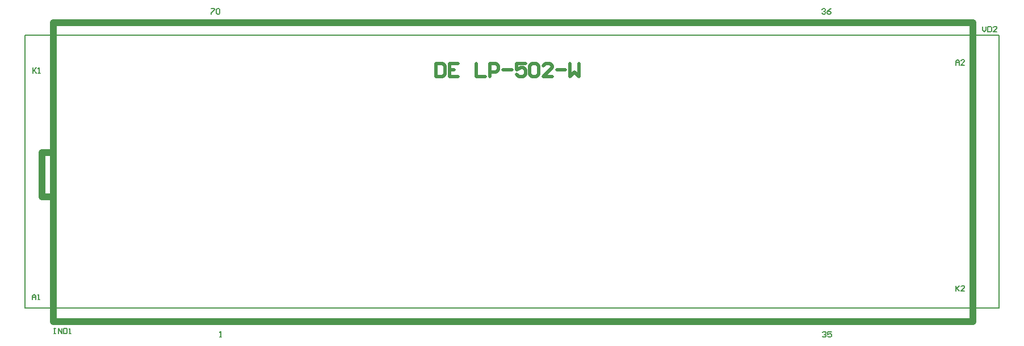
<source format=gto>
G04*
G04 #@! TF.GenerationSoftware,Altium Limited,Altium Designer,18.1.1 (9)*
G04*
G04 Layer_Color=65535*
%FSLAX24Y24*%
%MOIN*%
G70*
G01*
G75*
%ADD10C,0.0079*%
%ADD11C,0.0394*%
%ADD12C,0.0197*%
D10*
X12010Y40906D02*
X69195D01*
Y24862D02*
Y40906D01*
X12010Y24862D02*
Y40906D01*
Y24862D02*
X69195D01*
X66656Y39154D02*
Y39363D01*
X66761Y39468D01*
X66866Y39363D01*
Y39154D01*
Y39311D01*
X66656D01*
X67181Y39154D02*
X66971D01*
X67181Y39363D01*
Y39416D01*
X67128Y39468D01*
X67023D01*
X66971Y39416D01*
X66656Y26181D02*
Y25866D01*
Y25971D01*
X66866Y26181D01*
X66708Y26024D01*
X66866Y25866D01*
X67181D02*
X66971D01*
X67181Y26076D01*
Y26129D01*
X67128Y26181D01*
X67023D01*
X66971Y26129D01*
X12470Y38996D02*
Y38681D01*
Y38786D01*
X12680Y38996D01*
X12523Y38839D01*
X12680Y38681D01*
X12785D02*
X12890D01*
X12838D01*
Y38996D01*
X12785Y38943D01*
X12441Y25364D02*
Y25574D01*
X12546Y25679D01*
X12651Y25574D01*
Y25364D01*
Y25522D01*
X12441D01*
X12756Y25364D02*
X12861D01*
X12808D01*
Y25679D01*
X12756Y25627D01*
X22930Y42464D02*
X23140D01*
Y42412D01*
X22930Y42202D01*
Y42149D01*
X23245Y42412D02*
X23298Y42464D01*
X23403D01*
X23455Y42412D01*
Y42202D01*
X23403Y42149D01*
X23298D01*
X23245Y42202D01*
Y42412D01*
X58806D02*
X58859Y42464D01*
X58964D01*
X59016Y42412D01*
Y42359D01*
X58964Y42307D01*
X58911D01*
X58964D01*
X59016Y42254D01*
Y42202D01*
X58964Y42149D01*
X58859D01*
X58806Y42202D01*
X59331Y42464D02*
X59226Y42412D01*
X59121Y42307D01*
Y42202D01*
X59174Y42149D01*
X59279D01*
X59331Y42202D01*
Y42254D01*
X59279Y42307D01*
X59121D01*
X58836Y23425D02*
X58888Y23478D01*
X58993D01*
X59046Y23425D01*
Y23373D01*
X58993Y23320D01*
X58941D01*
X58993D01*
X59046Y23268D01*
Y23215D01*
X58993Y23163D01*
X58888D01*
X58836Y23215D01*
X59361Y23478D02*
X59151D01*
Y23320D01*
X59256Y23373D01*
X59308D01*
X59361Y23320D01*
Y23215D01*
X59308Y23163D01*
X59203D01*
X59151Y23215D01*
X23442Y23183D02*
X23547D01*
X23495D01*
Y23498D01*
X23442Y23445D01*
X68238Y41417D02*
Y41207D01*
X68343Y41102D01*
X68448Y41207D01*
Y41417D01*
X68553D02*
Y41102D01*
X68710D01*
X68763Y41155D01*
Y41365D01*
X68710Y41417D01*
X68553D01*
X69078Y41102D02*
X68868D01*
X69078Y41312D01*
Y41365D01*
X69025Y41417D01*
X68920D01*
X68868Y41365D01*
X13701Y23681D02*
X13806D01*
X13753D01*
Y23366D01*
X13701D01*
X13806D01*
X13963D02*
Y23681D01*
X14173Y23366D01*
Y23681D01*
X14278D02*
Y23366D01*
X14435D01*
X14488Y23419D01*
Y23629D01*
X14435Y23681D01*
X14278D01*
X14593Y23366D02*
X14698D01*
X14645D01*
Y23681D01*
X14593Y23629D01*
D11*
X12999Y34019D02*
X13669D01*
X12999Y31401D02*
Y34019D01*
Y31401D02*
X13678D01*
Y24072D02*
X67684D01*
Y41628D01*
X13678D02*
X67684D01*
X13678Y24072D02*
Y41628D01*
D12*
X36142Y39252D02*
Y38465D01*
X36535D01*
X36667Y38596D01*
Y39121D01*
X36535Y39252D01*
X36142D01*
X37454D02*
X36929D01*
Y38465D01*
X37454D01*
X36929Y38858D02*
X37191D01*
X38503Y39252D02*
Y38465D01*
X39028D01*
X39290D02*
Y39252D01*
X39684D01*
X39815Y39121D01*
Y38858D01*
X39684Y38727D01*
X39290D01*
X40077Y38858D02*
X40602D01*
X41389Y39252D02*
X40865D01*
Y38858D01*
X41127Y38989D01*
X41258D01*
X41389Y38858D01*
Y38596D01*
X41258Y38465D01*
X40996D01*
X40865Y38596D01*
X41652Y39121D02*
X41783Y39252D01*
X42045D01*
X42177Y39121D01*
Y38596D01*
X42045Y38465D01*
X41783D01*
X41652Y38596D01*
Y39121D01*
X42964Y38465D02*
X42439D01*
X42964Y38989D01*
Y39121D01*
X42832Y39252D01*
X42570D01*
X42439Y39121D01*
X43226Y38858D02*
X43751D01*
X44013Y39252D02*
Y38465D01*
X44276Y38727D01*
X44538Y38465D01*
Y39252D01*
M02*

</source>
